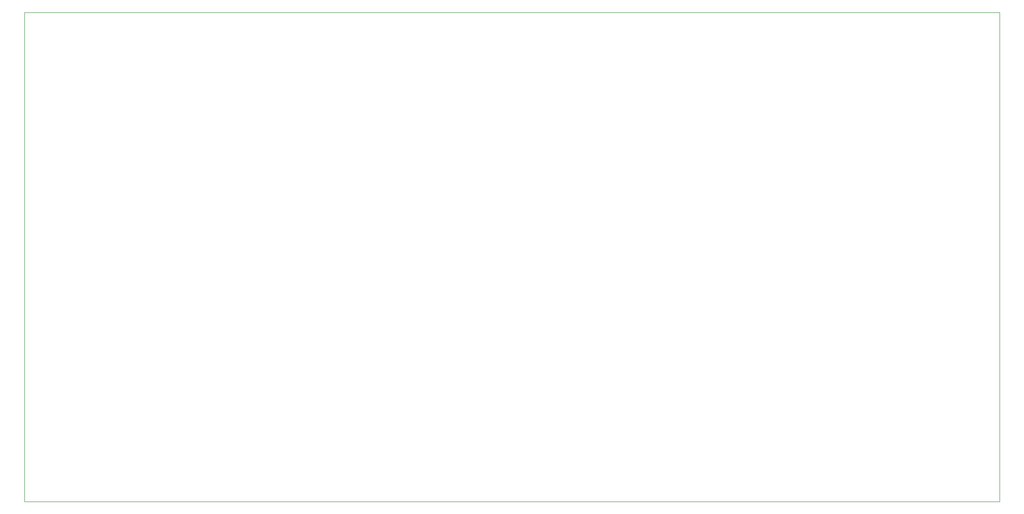
<source format=gbr>
G04 #@! TF.GenerationSoftware,KiCad,Pcbnew,(5.1.2-1)-1*
G04 #@! TF.CreationDate,2020-06-20T08:49:02+09:00*
G04 #@! TF.ProjectId,xipad,78697061-642e-46b6-9963-61645f706362,rev?*
G04 #@! TF.SameCoordinates,Original*
G04 #@! TF.FileFunction,Profile,NP*
%FSLAX46Y46*%
G04 Gerber Fmt 4.6, Leading zero omitted, Abs format (unit mm)*
G04 Created by KiCad (PCBNEW (5.1.2-1)-1) date 2020-06-20 08:49:02*
%MOMM*%
%LPD*%
G04 APERTURE LIST*
%ADD10C,0.100000*%
G04 APERTURE END LIST*
D10*
X11000000Y20000000D02*
X11000000Y-70000000D01*
X190000000Y20000000D02*
X11000000Y20000000D01*
X190000000Y-70000000D02*
X190000000Y20000000D01*
X11000000Y-70000000D02*
X190000000Y-70000000D01*
M02*

</source>
